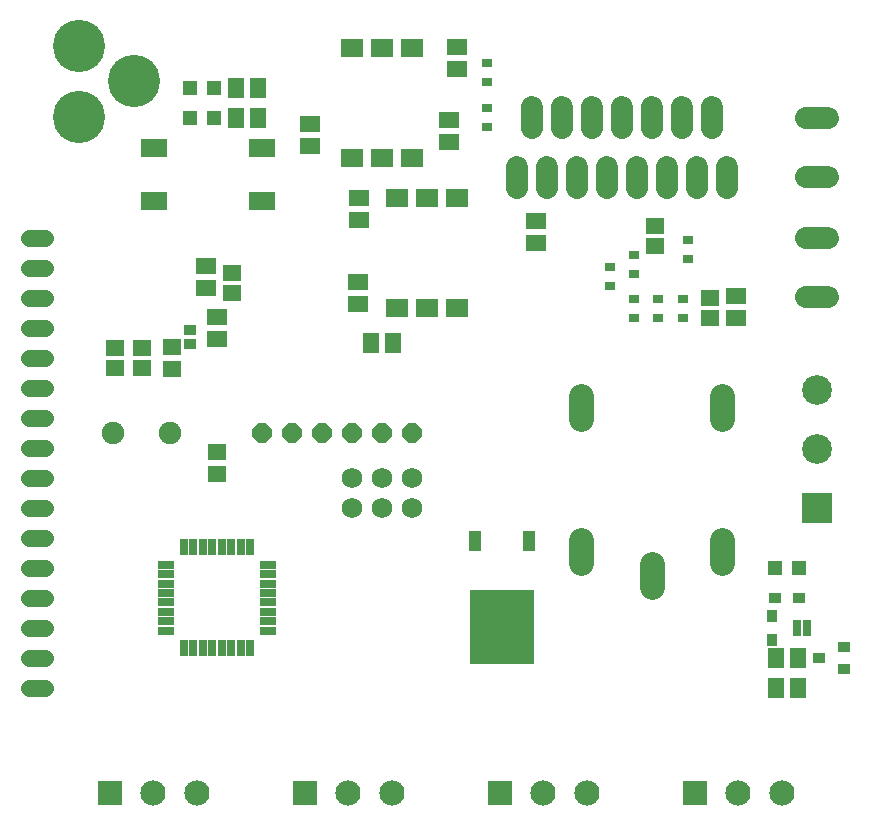
<source format=gts>
G75*
%MOIN*%
%OFA0B0*%
%FSLAX25Y25*%
%IPPOS*%
%LPD*%
%AMOC8*
5,1,8,0,0,1.08239X$1,22.5*
%
%ADD10R,0.06306X0.05518*%
%ADD11R,0.03550X0.02762*%
%ADD12R,0.03550X0.04337*%
%ADD13R,0.04337X0.03550*%
%ADD14OC8,0.06400*%
%ADD15R,0.02600X0.05400*%
%ADD16R,0.05400X0.02600*%
%ADD17C,0.07487*%
%ADD18C,0.06800*%
%ADD19C,0.17400*%
%ADD20R,0.09900X0.09900*%
%ADD21C,0.09900*%
%ADD22R,0.02900X0.05400*%
%ADD23R,0.07408X0.06384*%
%ADD24R,0.03943X0.03550*%
%ADD25R,0.05518X0.06699*%
%ADD26R,0.06699X0.05518*%
%ADD27R,0.03943X0.03746*%
%ADD28C,0.07450*%
%ADD29C,0.07487*%
%ADD30R,0.08700X0.05900*%
%ADD31C,0.08200*%
%ADD32R,0.05124X0.05124*%
%ADD33R,0.21660X0.24809*%
%ADD34R,0.04337X0.06699*%
%ADD35R,0.08400X0.08400*%
%ADD36C,0.08400*%
%ADD37C,0.05600*%
D10*
X0074167Y0123060D03*
X0074167Y0130540D03*
X0059167Y0158060D03*
X0059167Y0165540D03*
X0049167Y0165146D03*
X0049167Y0158454D03*
X0040167Y0158454D03*
X0040167Y0165146D03*
X0079167Y0183454D03*
X0079167Y0190146D03*
X0220167Y0198954D03*
X0220167Y0205646D03*
X0238667Y0181646D03*
X0238667Y0174954D03*
D11*
X0229667Y0175150D03*
X0229667Y0181450D03*
X0221167Y0181450D03*
X0213167Y0181450D03*
X0213167Y0175150D03*
X0221167Y0175150D03*
X0205167Y0185650D03*
X0205167Y0191950D03*
X0213167Y0189650D03*
X0213167Y0195950D03*
X0231167Y0194650D03*
X0231167Y0200950D03*
X0164167Y0238650D03*
X0164167Y0244950D03*
X0164167Y0253650D03*
X0164167Y0259950D03*
D12*
X0259167Y0075737D03*
X0259167Y0067863D03*
D13*
X0260230Y0081800D03*
X0268104Y0081800D03*
D14*
X0139167Y0136800D03*
X0129167Y0136800D03*
X0119167Y0136800D03*
X0109167Y0136800D03*
X0099167Y0136800D03*
X0089167Y0136800D03*
D15*
X0085190Y0098700D03*
X0082041Y0098700D03*
X0078891Y0098700D03*
X0075741Y0098700D03*
X0072592Y0098700D03*
X0069442Y0098700D03*
X0066293Y0098700D03*
X0063143Y0098700D03*
X0063143Y0064900D03*
X0066293Y0064900D03*
X0069442Y0064900D03*
X0072592Y0064900D03*
X0075741Y0064900D03*
X0078891Y0064900D03*
X0082041Y0064900D03*
X0085190Y0064900D03*
D16*
X0091067Y0070776D03*
X0091067Y0073926D03*
X0091067Y0077076D03*
X0091067Y0080225D03*
X0091067Y0083375D03*
X0091067Y0086524D03*
X0091067Y0089674D03*
X0091067Y0092824D03*
X0057267Y0092824D03*
X0057267Y0089674D03*
X0057267Y0086524D03*
X0057267Y0083375D03*
X0057267Y0080225D03*
X0057267Y0077076D03*
X0057267Y0073926D03*
X0057267Y0070776D03*
D17*
X0174167Y0218257D02*
X0174167Y0225343D01*
X0184167Y0225343D02*
X0184167Y0218257D01*
X0194167Y0218257D02*
X0194167Y0225343D01*
X0204167Y0225343D02*
X0204167Y0218257D01*
X0214167Y0218257D02*
X0214167Y0225343D01*
X0224167Y0225343D02*
X0224167Y0218257D01*
X0234167Y0218257D02*
X0234167Y0225343D01*
X0244167Y0225343D02*
X0244167Y0218257D01*
X0239167Y0238257D02*
X0239167Y0245343D01*
X0229167Y0245343D02*
X0229167Y0238257D01*
X0219167Y0238257D02*
X0219167Y0245343D01*
X0209167Y0245343D02*
X0209167Y0238257D01*
X0199167Y0238257D02*
X0199167Y0245343D01*
X0189167Y0245343D02*
X0189167Y0238257D01*
X0179167Y0238257D02*
X0179167Y0245343D01*
D18*
X0139167Y0121800D03*
X0139167Y0111800D03*
X0129167Y0111800D03*
X0129167Y0121800D03*
X0119167Y0121800D03*
X0119167Y0111800D03*
D19*
X0028167Y0242115D03*
X0046671Y0253926D03*
X0028167Y0265737D03*
D20*
X0274167Y0111800D03*
D21*
X0274167Y0131485D03*
X0274167Y0151170D03*
D22*
X0270938Y0071800D03*
X0267395Y0071800D03*
D23*
X0154167Y0178513D03*
X0144167Y0178513D03*
X0134167Y0178513D03*
X0134167Y0215087D03*
X0144167Y0215087D03*
X0154167Y0215087D03*
X0139167Y0228513D03*
X0129167Y0228513D03*
X0119167Y0228513D03*
X0119167Y0265087D03*
X0129167Y0265087D03*
X0139167Y0265087D03*
D24*
X0283104Y0065540D03*
X0283104Y0058060D03*
X0274836Y0061800D03*
D25*
X0267907Y0061800D03*
X0260427Y0061800D03*
X0260427Y0051800D03*
X0267907Y0051800D03*
X0132907Y0166800D03*
X0125427Y0166800D03*
X0087907Y0241800D03*
X0080427Y0241800D03*
X0080427Y0251800D03*
X0087907Y0251800D03*
D26*
X0105348Y0239753D03*
X0105348Y0232272D03*
X0121667Y0215040D03*
X0121667Y0207560D03*
X0121167Y0187040D03*
X0121167Y0179560D03*
X0074167Y0175540D03*
X0074167Y0168060D03*
X0070667Y0185060D03*
X0070667Y0192540D03*
X0151667Y0233560D03*
X0151667Y0241040D03*
X0154167Y0258060D03*
X0154167Y0265540D03*
X0180667Y0207540D03*
X0180667Y0200060D03*
X0247167Y0182540D03*
X0247167Y0175060D03*
D27*
X0065167Y0171083D03*
X0065167Y0166517D03*
D28*
X0270642Y0181957D02*
X0277692Y0181957D01*
X0277692Y0201643D02*
X0270642Y0201643D01*
X0270642Y0221957D02*
X0277692Y0221957D01*
X0277692Y0241643D02*
X0270642Y0241643D01*
D29*
X0058667Y0136800D03*
X0039667Y0136800D03*
D30*
X0053267Y0214100D03*
X0053267Y0231800D03*
X0089167Y0231800D03*
X0089167Y0214100D03*
D31*
X0195667Y0149200D02*
X0195667Y0141400D01*
X0195667Y0101200D02*
X0195667Y0093400D01*
X0219167Y0093200D02*
X0219167Y0085400D01*
X0242667Y0093400D02*
X0242667Y0101200D01*
X0242667Y0141400D02*
X0242667Y0149200D01*
D32*
X0260033Y0091800D03*
X0268301Y0091800D03*
X0073301Y0241800D03*
X0065033Y0241800D03*
X0065033Y0251800D03*
X0073301Y0251800D03*
D33*
X0169167Y0071957D03*
D34*
X0178143Y0100698D03*
X0160190Y0100698D03*
D35*
X0038467Y0016800D03*
X0103467Y0016800D03*
X0168467Y0016800D03*
X0233467Y0016800D03*
D36*
X0247946Y0016800D03*
X0262426Y0016800D03*
X0197426Y0016800D03*
X0182946Y0016800D03*
X0132426Y0016800D03*
X0117946Y0016800D03*
X0067426Y0016800D03*
X0052946Y0016800D03*
D37*
X0016767Y0051800D02*
X0011567Y0051800D01*
X0011567Y0061800D02*
X0016767Y0061800D01*
X0016767Y0071800D02*
X0011567Y0071800D01*
X0011567Y0081800D02*
X0016767Y0081800D01*
X0016767Y0091800D02*
X0011567Y0091800D01*
X0011567Y0101800D02*
X0016767Y0101800D01*
X0016767Y0111800D02*
X0011567Y0111800D01*
X0011567Y0121800D02*
X0016767Y0121800D01*
X0016767Y0131800D02*
X0011567Y0131800D01*
X0011567Y0141800D02*
X0016767Y0141800D01*
X0016767Y0151800D02*
X0011567Y0151800D01*
X0011567Y0161800D02*
X0016767Y0161800D01*
X0016767Y0171800D02*
X0011567Y0171800D01*
X0011567Y0181800D02*
X0016767Y0181800D01*
X0016767Y0191800D02*
X0011567Y0191800D01*
X0011567Y0201800D02*
X0016767Y0201800D01*
M02*

</source>
